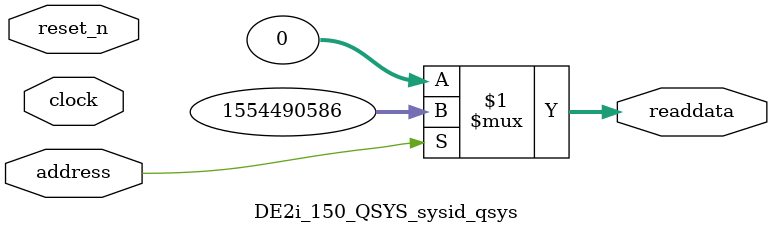
<source format=v>



// synthesis translate_off
`timescale 1ns / 1ps
// synthesis translate_on

// turn off superfluous verilog processor warnings 
// altera message_level Level1 
// altera message_off 10034 10035 10036 10037 10230 10240 10030 

module DE2i_150_QSYS_sysid_qsys (
               // inputs:
                address,
                clock,
                reset_n,

               // outputs:
                readdata
             )
;

  output  [ 31: 0] readdata;
  input            address;
  input            clock;
  input            reset_n;

  wire    [ 31: 0] readdata;
  //control_slave, which is an e_avalon_slave
  assign readdata = address ? 1554490586 : 0;

endmodule



</source>
